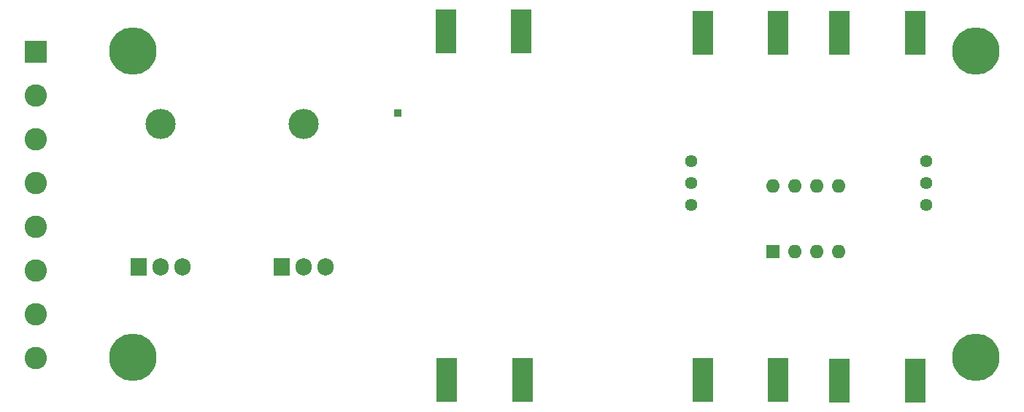
<source format=gbr>
%TF.GenerationSoftware,KiCad,Pcbnew,7.0.5*%
%TF.CreationDate,2023-07-10T11:24:46-06:00*%
%TF.ProjectId,S_Tele,535f5465-6c65-42e6-9b69-6361645f7063,rev?*%
%TF.SameCoordinates,Original*%
%TF.FileFunction,Soldermask,Bot*%
%TF.FilePolarity,Negative*%
%FSLAX46Y46*%
G04 Gerber Fmt 4.6, Leading zero omitted, Abs format (unit mm)*
G04 Created by KiCad (PCBNEW 7.0.5) date 2023-07-10 11:24:46*
%MOMM*%
%LPD*%
G01*
G04 APERTURE LIST*
%ADD10R,2.420000X5.080000*%
%ADD11C,5.500000*%
%ADD12R,0.850000X0.850000*%
%ADD13O,3.500000X3.500000*%
%ADD14R,1.905000X2.000000*%
%ADD15O,1.905000X2.000000*%
%ADD16R,1.600000X1.600000*%
%ADD17O,1.600000X1.600000*%
%ADD18C,1.440000*%
%ADD19R,2.600000X2.600000*%
%ADD20C,2.600000*%
G04 APERTURE END LIST*
D10*
%TO.C,J5*%
X168553200Y-76615850D03*
X159793200Y-76615850D03*
%TD*%
D11*
%TO.C,REF\u002A\u002A*%
X93726000Y-78740000D03*
%TD*%
D10*
%TO.C,J3*%
X130113000Y-116929250D03*
X138873000Y-116929250D03*
%TD*%
%TO.C,J4*%
X138746000Y-76523500D03*
X129986000Y-76523500D03*
%TD*%
D12*
%TO.C,J2*%
X124460000Y-86010750D03*
%TD*%
D11*
%TO.C,REF\u002A\u002A*%
X191516000Y-78740000D03*
%TD*%
D13*
%TO.C,U1*%
X96908000Y-87216750D03*
D14*
X94368000Y-103876750D03*
D15*
X96908000Y-103876750D03*
X99448000Y-103876750D03*
%TD*%
D11*
%TO.C,REF\u002A\u002A*%
X93726000Y-114300000D03*
%TD*%
%TO.C,REF\u002A\u002A*%
X191516000Y-114300000D03*
%TD*%
D13*
%TO.C,U2*%
X113538000Y-87216750D03*
D14*
X110998000Y-103876750D03*
D15*
X113538000Y-103876750D03*
X116078000Y-103876750D03*
%TD*%
D10*
%TO.C,J6*%
X159793400Y-116929400D03*
X168553400Y-116929400D03*
%TD*%
D16*
%TO.C,U4*%
X167979200Y-102053350D03*
D17*
X170519200Y-102053350D03*
X173059200Y-102053350D03*
X175599200Y-102053350D03*
X175599200Y-94433350D03*
X173059200Y-94433350D03*
X170519200Y-94433350D03*
X167979200Y-94433350D03*
%TD*%
D18*
%TO.C,R_pot2*%
X185749200Y-91585850D03*
X185749200Y-94125850D03*
X185749200Y-96665850D03*
%TD*%
D10*
%TO.C,J8*%
X175668400Y-117004400D03*
X184428400Y-117004400D03*
%TD*%
D19*
%TO.C,J1*%
X82423000Y-78898750D03*
D20*
X82423000Y-83978750D03*
X82423000Y-89058750D03*
X82423000Y-94138750D03*
X82423000Y-99218750D03*
X82423000Y-104298750D03*
X82423000Y-109378750D03*
X82423000Y-114458750D03*
%TD*%
D10*
%TO.C,J7*%
X184428200Y-76615850D03*
X175668200Y-76615850D03*
%TD*%
D18*
%TO.C,R_pot1*%
X158444200Y-91585850D03*
X158444200Y-94125850D03*
X158444200Y-96665850D03*
%TD*%
M02*

</source>
